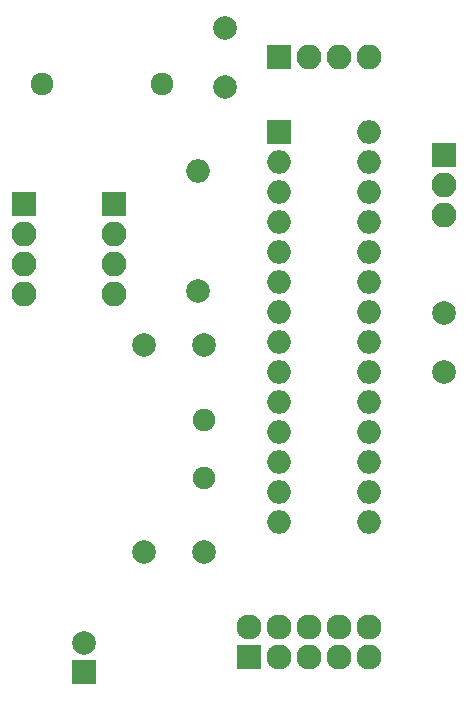
<source format=gbr>
G04 #@! TF.FileFunction,Soldermask,Top*
%FSLAX46Y46*%
G04 Gerber Fmt 4.6, Leading zero omitted, Abs format (unit mm)*
G04 Created by KiCad (PCBNEW 4.0.2-stable) date 15.08.2017 23:18:53*
%MOMM*%
G01*
G04 APERTURE LIST*
%ADD10C,0.100000*%
%ADD11R,2.100000X2.100000*%
%ADD12O,2.100000X2.100000*%
%ADD13R,2.000000X2.000000*%
%ADD14O,2.000000X2.000000*%
%ADD15C,2.000000*%
%ADD16C,1.924000*%
%ADD17C,1.900000*%
%ADD18R,2.127200X2.127200*%
%ADD19O,2.127200X2.127200*%
G04 APERTURE END LIST*
D10*
D11*
X64770000Y-110236000D03*
D12*
X64770000Y-112776000D03*
X64770000Y-115316000D03*
X64770000Y-117856000D03*
D13*
X78740000Y-104140000D03*
D14*
X86360000Y-137160000D03*
X78740000Y-106680000D03*
X86360000Y-134620000D03*
X78740000Y-109220000D03*
X86360000Y-132080000D03*
X78740000Y-111760000D03*
X86360000Y-129540000D03*
X78740000Y-114300000D03*
X86360000Y-127000000D03*
X78740000Y-116840000D03*
X86360000Y-124460000D03*
X78740000Y-119380000D03*
X86360000Y-121920000D03*
X78740000Y-121920000D03*
X86360000Y-119380000D03*
X78740000Y-124460000D03*
X86360000Y-116840000D03*
X78740000Y-127000000D03*
X86360000Y-114300000D03*
X78740000Y-129540000D03*
X86360000Y-111760000D03*
X78740000Y-132080000D03*
X86360000Y-109220000D03*
X78740000Y-134620000D03*
X86360000Y-106680000D03*
X78740000Y-137160000D03*
X86360000Y-104140000D03*
D15*
X71882000Y-117602000D03*
D14*
X71882000Y-107442000D03*
D16*
X58674000Y-100076000D03*
X68834000Y-100076000D03*
D17*
X72390000Y-128524000D03*
X72390000Y-133424000D03*
D15*
X74168000Y-100330000D03*
X74168000Y-95330000D03*
D18*
X76200000Y-148590000D03*
D19*
X76200000Y-146050000D03*
X78740000Y-148590000D03*
X78740000Y-146050000D03*
X81280000Y-148590000D03*
X81280000Y-146050000D03*
X83820000Y-148590000D03*
X83820000Y-146050000D03*
X86360000Y-148590000D03*
X86360000Y-146050000D03*
D15*
X92710000Y-124460000D03*
X92710000Y-119460000D03*
D13*
X62230000Y-149860000D03*
D15*
X62230000Y-147360000D03*
X72390000Y-122174000D03*
X67390000Y-122174000D03*
X72390000Y-139700000D03*
X67390000Y-139700000D03*
D11*
X78740000Y-97790000D03*
D12*
X81280000Y-97790000D03*
X83820000Y-97790000D03*
X86360000Y-97790000D03*
D11*
X57150000Y-110236000D03*
D12*
X57150000Y-112776000D03*
X57150000Y-115316000D03*
X57150000Y-117856000D03*
D11*
X92710000Y-106045000D03*
D12*
X92710000Y-108585000D03*
X92710000Y-111125000D03*
M02*

</source>
